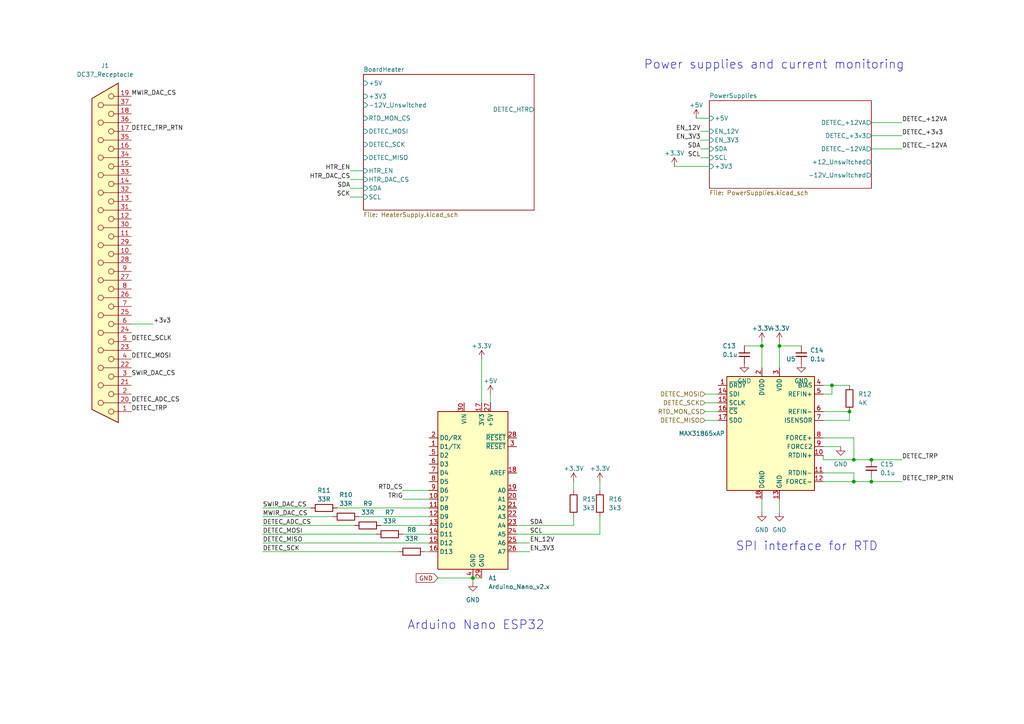
<source format=kicad_sch>
(kicad_sch (version 20230121) (generator eeschema)
  (paper "A4")
  (lib_symbols
    (symbol "Connector:DC37_Receptacle" (pin_names (offset 1.016) hide)
      (property "Reference" "J" (at 0 50.165 0))
      (property "Value" "DC37_Receptacle" (at 0 -50.8 0))
      (symbol "DC37_Receptacle_0_1"
        (circle (center -1.778 -45.72) (radius 0.762))
        (circle (center -1.778 -40.64) (radius 0.762))
        (circle (center -1.778 -35.56) (radius 0.762))
        (circle (center -1.778 -30.48) (radius 0.762))
        (circle (center -1.778 -25.4) (radius 0.762))
        (circle (center -1.778 -20.32) (radius 0.762))
        (circle (center -1.778 -15.24) (radius 0.762))
        (circle (center -1.778 -10.16) (radius 0.762))
        (circle (center -1.778 -5.08) (radius 0.762))
        (circle (center -1.778 0) (radius 0.762))
        (circle (center -1.778 5.08) (radius 0.762))
        (circle (center -1.778 10.16) (radius 0.762))
        (circle (center -1.778 15.24) (radius 0.762))
        (circle (center -1.778 20.32) (radius 0.762))
        (circle (center -1.778 25.4) (radius 0.762))
        (circle (center -1.778 30.48) (radius 0.762))
        (circle (center -1.778 35.56) (radius 0.762))
        (circle (center -1.778 40.64) (radius 0.762))
        (circle (center -1.778 45.72) (radius 0.762))
        (polyline (pts (xy -3.81 -45.72) (xy -2.54 -45.72)))
        (polyline (pts (xy -3.81 -43.18) (xy 0.508 -43.18)))
        (polyline (pts (xy -3.81 -40.64) (xy -2.54 -40.64)))
        (polyline (pts (xy -3.81 -38.1) (xy 0.508 -38.1)))
        (polyline (pts (xy -3.81 -35.56) (xy -2.54 -35.56)))
        (polyline (pts (xy -3.81 -33.02) (xy 0.508 -33.02)))
        (polyline (pts (xy -3.81 -30.48) (xy -2.54 -30.48)))
        (polyline (pts (xy -3.81 -27.94) (xy 0.508 -27.94)))
        (polyline (pts (xy -3.81 -25.4) (xy -2.54 -25.4)))
        (polyline (pts (xy -3.81 -22.86) (xy 0.508 -22.86)))
        (polyline (pts (xy -3.81 -20.32) (xy -2.54 -20.32)))
        (polyline (pts (xy -3.81 -17.78) (xy 0.508 -17.78)))
        (polyline (pts (xy -3.81 -15.24) (xy -2.54 -15.24)))
        (polyline (pts (xy -3.81 -12.7) (xy 0.508 -12.7)))
        (polyline (pts (xy -3.81 -10.16) (xy -2.54 -10.16)))
        (polyline (pts (xy -3.81 -7.62) (xy 0.508 -7.62)))
        (polyline (pts (xy -3.81 -5.08) (xy -2.54 -5.08)))
        (polyline (pts (xy -3.81 -2.54) (xy 0.508 -2.54)))
        (polyline (pts (xy -3.81 0) (xy -2.54 0)))
        (polyline (pts (xy -3.81 2.54) (xy 0.508 2.54)))
        (polyline (pts (xy -3.81 5.08) (xy -2.54 5.08)))
        (polyline (pts (xy -3.81 7.62) (xy 0.508 7.62)))
        (polyline (pts (xy -3.81 10.16) (xy -2.54 10.16)))
        (polyline (pts (xy -3.81 12.7) (xy 0.508 12.7)))
        (polyline (pts (xy -3.81 15.24) (xy -2.54 15.24)))
        (polyline (pts (xy -3.81 17.78) (xy 0.508 17.78)))
        (polyline (pts (xy -3.81 20.32) (xy -2.54 20.32)))
        (polyline (pts (xy -3.81 22.86) (xy 0.508 22.86)))
        (polyline (pts (xy -3.81 25.4) (xy -2.54 25.4)))
        (polyline (pts (xy -3.81 27.94) (xy 0.508 27.94)))
        (polyline (pts (xy -3.81 30.48) (xy -2.54 30.48)))
        (polyline (pts (xy -3.81 33.02) (xy 0.508 33.02)))
        (polyline (pts (xy -3.81 35.56) (xy -2.54 35.56)))
        (polyline (pts (xy -3.81 38.1) (xy 0.508 38.1)))
        (polyline (pts (xy -3.81 40.64) (xy -2.54 40.64)))
        (polyline (pts (xy -3.81 43.18) (xy 0.508 43.18)))
        (polyline (pts (xy -3.81 45.72) (xy -2.54 45.72)))
        (polyline (pts (xy -3.81 -49.53) (xy 3.81 -45.085) (xy 3.81 45.085) (xy -3.81 48.895) (xy -3.81 -49.53)) (stroke (width 0.254)) (fill (type background)))
        (circle (center 1.27 -43.18) (radius 0.762))
        (circle (center 1.27 -38.1) (radius 0.762))
        (circle (center 1.27 -33.02) (radius 0.762))
        (circle (center 1.27 -27.94) (radius 0.762))
        (circle (center 1.27 -22.86) (radius 0.762))
        (circle (center 1.27 -17.78) (radius 0.762))
        (circle (center 1.27 -12.7) (radius 0.762))
        (circle (center 1.27 -7.62) (radius 0.762))
        (circle (center 1.27 -2.54) (radius 0.762))
        (circle (center 1.27 2.54) (radius 0.762))
        (circle (center 1.27 7.62) (radius 0.762))
        (circle (center 1.27 12.7) (radius 0.762))
        (circle (center 1.27 17.78) (radius 0.762))
        (circle (center 1.27 22.86) (radius 0.762))
        (circle (center 1.27 27.94) (radius 0.762))
        (circle (center 1.27 33.02) (radius 0.762))
        (circle (center 1.27 38.1) (radius 0.762))
        (circle (center 1.27 43.18) (radius 0.762))
      )
      (symbol "DC37_Receptacle_1_1"
        (pin passive line (at -7.62 45.72 0) (length 3.81) (name "1") (number "1"))
        (pin passive line (at -7.62 0 0) (length 3.81) (name "10") (number "10"))
        (pin passive line (at -7.62 -5.08 0) (length 3.81) (name "11") (number "11"))
        (pin passive line (at -7.62 -10.16 0) (length 3.81) (name "12") (number "12"))
        (pin passive line (at -7.62 -15.24 0) (length 3.81) (name "13") (number "13"))
        (pin passive line (at -7.62 -20.32 0) (length 3.81) (name "14") (number "14"))
        (pin passive line (at -7.62 -25.4 0) (length 3.81) (name "15") (number "15"))
        (pin passive line (at -7.62 -30.48 0) (length 3.81) (name "16") (number "16"))
        (pin passive line (at -7.62 -35.56 0) (length 3.81) (name "17") (number "17"))
        (pin passive line (at -7.62 -40.64 0) (length 3.81) (name "18") (number "18"))
        (pin passive line (at -7.62 -45.72 0) (length 3.81) (name "19") (number "19"))
        (pin passive line (at -7.62 40.64 0) (length 3.81) (name "2") (number "2"))
        (pin passive line (at -7.62 43.18 0) (length 3.81) (name "20") (number "20"))
        (pin passive line (at -7.62 38.1 0) (length 3.81) (name "21") (number "21"))
        (pin passive line (at -7.62 33.02 0) (length 3.81) (name "22") (number "22"))
        (pin passive line (at -7.62 27.94 0) (length 3.81) (name "23") (number "23"))
        (pin passive line (at -7.62 22.86 0) (length 3.81) (name "24") (number "24"))
        (pin passive line (at -7.62 17.78 0) (length 3.81) (name "25") (number "25"))
        (pin passive line (at -7.62 12.7 0) (length 3.81) (name "26") (number "26"))
        (pin passive line (at -7.62 7.62 0) (length 3.81) (name "27") (number "27"))
        (pin passive line (at -7.62 2.54 0) (length 3.81) (name "28") (number "28"))
        (pin passive line (at -7.62 -2.54 0) (length 3.81) (name "29") (number "29"))
        (pin passive line (at -7.62 35.56 0) (length 3.81) (name "3") (number "3"))
        (pin passive line (at -7.62 -7.62 0) (length 3.81) (name "30") (number "30"))
        (pin passive line (at -7.62 -12.7 0) (length 3.81) (name "31") (number "31"))
        (pin passive line (at -7.62 -17.78 0) (length 3.81) (name "32") (number "32"))
        (pin passive line (at -7.62 -22.86 0) (length 3.81) (name "33") (number "33"))
        (pin passive line (at -7.62 -27.94 0) (length 3.81) (name "34") (number "34"))
        (pin passive line (at -7.62 -33.02 0) (length 3.81) (name "35") (number "35"))
        (pin passive line (at -7.62 -38.1 0) (length 3.81) (name "36") (number "36"))
        (pin passive line (at -7.62 -43.18 0) (length 3.81) (name "37") (number "37"))
        (pin passive line (at -7.62 30.48 0) (length 3.81) (name "4") (number "4"))
        (pin passive line (at -7.62 25.4 0) (length 3.81) (name "5") (number "5"))
        (pin passive line (at -7.62 20.32 0) (length 3.81) (name "6") (number "6"))
        (pin passive line (at -7.62 15.24 0) (length 3.81) (name "7") (number "7"))
        (pin passive line (at -7.62 10.16 0) (length 3.81) (name "8") (number "8"))
        (pin passive line (at -7.62 5.08 0) (length 3.81) (name "9") (number "9"))
      )
    )
    (symbol "Device:C_Small" (pin_numbers hide) (pin_names (offset 0.254) hide)
      (property "Reference" "C" (at 0.254 1.778 0))
      (property "Value" "C_Small" (at 0.254 -2.032 0))
      (symbol "C_Small_0_1"
        (polyline (pts (xy -1.524 -0.508) (xy 1.524 -0.508)) (stroke (width 0.3302)))
        (polyline (pts (xy -1.524 0.508) (xy 1.524 0.508)) (stroke (width 0.3048)))
      )
      (symbol "C_Small_1_1"
        (pin passive line (at 0 2.54 270) (length 2.032) (name "~") (number "1"))
        (pin passive line (at 0 -2.54 90) (length 2.032) (name "~") (number "2"))
      )
    )
    (symbol "Device:R" (pin_numbers hide) (pin_names (offset 0))
      (property "Reference" "R" (at 2.032 0 90))
      (property "Value" "R" (at 0 0 90))
      (symbol "R_0_1"
        (rectangle (start -1.016 -2.54) (end 1.016 2.54) (stroke (width 0.254)))
      )
      (symbol "R_1_1"
        (pin passive line (at 0 3.81 270) (length 1.27) (name "~") (number "1"))
        (pin passive line (at 0 -3.81 90) (length 1.27) (name "~") (number "2"))
      )
    )
    (symbol "MCU_Module:Arduino_Nano_v2.x"
      (property "Reference" "A" (at -10.16 23.495 0))
      (property "Value" "Arduino_Nano_v2.x" (at 5.08 -24.13 0))
      (symbol "Arduino_Nano_v2.x_0_1"
        (rectangle (start -10.16 22.86) (end 10.16 -22.86) (stroke (width 0.254)) (fill (type background)))
      )
      (symbol "Arduino_Nano_v2.x_1_1"
        (pin bidirectional line (at -12.7 12.7 0) (length 2.54) (name "D1/TX") (number "1"))
        (pin bidirectional line (at -12.7 -2.54 0) (length 2.54) (name "D7") (number "10"))
        (pin bidirectional line (at -12.7 -5.08 0) (length 2.54) (name "D8") (number "11"))
        (pin bidirectional line (at -12.7 -7.62 0) (length 2.54) (name "D9") (number "12"))
        (pin bidirectional line (at -12.7 -10.16 0) (length 2.54) (name "D10") (number "13"))
        (pin bidirectional line (at -12.7 -12.7 0) (length 2.54) (name "D11") (number "14"))
        (pin bidirectional line (at -12.7 -15.24 0) (length 2.54) (name "D12") (number "15"))
        (pin bidirectional line (at -12.7 -17.78 0) (length 2.54) (name "D13") (number "16"))
        (pin power_out line (at 2.54 25.4 270) (length 2.54) (name "3V3") (number "17"))
        (pin input line (at 12.7 5.08 180) (length 2.54) (name "AREF") (number "18"))
        (pin bidirectional line (at 12.7 0 180) (length 2.54) (name "A0") (number "19"))
        (pin bidirectional line (at -12.7 15.24 0) (length 2.54) (name "D0/RX") (number "2"))
        (pin bidirectional line (at 12.7 -2.54 180) (length 2.54) (name "A1") (number "20"))
        (pin bidirectional line (at 12.7 -5.08 180) (length 2.54) (name "A2") (number "21"))
        (pin bidirectional line (at 12.7 -7.62 180) (length 2.54) (name "A3") (number "22"))
        (pin bidirectional line (at 12.7 -10.16 180) (length 2.54) (name "A4") (number "23"))
        (pin bidirectional line (at 12.7 -12.7 180) (length 2.54) (name "A5") (number "24"))
        (pin bidirectional line (at 12.7 -15.24 180) (length 2.54) (name "A6") (number "25"))
        (pin bidirectional line (at 12.7 -17.78 180) (length 2.54) (name "A7") (number "26"))
        (pin power_out line (at 5.08 25.4 270) (length 2.54) (name "+5V") (number "27"))
        (pin input line (at 12.7 15.24 180) (length 2.54) (name "~{RESET}") (number "28"))
        (pin power_in line (at 2.54 -25.4 90) (length 2.54) (name "GND") (number "29"))
        (pin input line (at 12.7 12.7 180) (length 2.54) (name "~{RESET}") (number "3"))
        (pin power_in line (at -2.54 25.4 270) (length 2.54) (name "VIN") (number "30"))
        (pin power_in line (at 0 -25.4 90) (length 2.54) (name "GND") (number "4"))
        (pin bidirectional line (at -12.7 10.16 0) (length 2.54) (name "D2") (number "5"))
        (pin bidirectional line (at -12.7 7.62 0) (length 2.54) (name "D3") (number "6"))
        (pin bidirectional line (at -12.7 5.08 0) (length 2.54) (name "D4") (number "7"))
        (pin bidirectional line (at -12.7 2.54 0) (length 2.54) (name "D5") (number "8"))
        (pin bidirectional line (at -12.7 0 0) (length 2.54) (name "D6") (number "9"))
      )
    )
    (symbol "Sensor_Temperature:MAX31865xAP"
      (property "Reference" "U" (at -11.43 19.05 0))
      (property "Value" "MAX31865xAP" (at 10.16 19.05 0))
      (symbol "MAX31865xAP_0_1"
        (rectangle (start -12.7 17.78) (end 12.7 -15.24) (stroke (width 0.254)) (fill (type background)))
      )
      (symbol "MAX31865xAP_1_1"
        (pin output line (at -15.24 15.24 0) (length 2.54) (name "~{DRDY}") (number "1"))
        (pin input line (at 15.24 -5.08 180) (length 2.54) (name "RTDIN+") (number "10"))
        (pin input line (at 15.24 -10.16 180) (length 2.54) (name "RTDIN-") (number "11"))
        (pin power_out line (at 15.24 -12.7 180) (length 2.54) (name "FORCE-") (number "12"))
        (pin power_in line (at 2.54 -17.78 90) (length 2.54) (name "GND") (number "13"))
        (pin input line (at -15.24 12.7 0) (length 2.54) (name "SDI") (number "14"))
        (pin input line (at -15.24 10.16 0) (length 2.54) (name "SCLK") (number "15"))
        (pin input line (at -15.24 7.62 0) (length 2.54) (name "~{CS}") (number "16"))
        (pin tri_state line (at -15.24 5.08 0) (length 2.54) (name "SDO") (number "17"))
        (pin power_in line (at -2.54 -17.78 90) (length 2.54) (name "DGND") (number "18"))
        (pin passive line (at 2.54 -17.78 90) (length 2.54) hide (name "GND") (number "19"))
        (pin power_in line (at -2.54 20.32 270) (length 2.54) (name "DVDD") (number "2"))
        (pin no_connect line (at -12.7 -2.54 0) (length 2.54) hide (name "NC") (number "20"))
        (pin power_in line (at 2.54 20.32 270) (length 2.54) (name "VDD") (number "3"))
        (pin power_out line (at 15.24 15.24 180) (length 2.54) (name "BIAS") (number "4"))
        (pin input line (at 15.24 12.7 180) (length 2.54) (name "REFIN+") (number "5"))
        (pin input line (at 15.24 7.62 180) (length 2.54) (name "REFIN-") (number "6"))
        (pin passive line (at 15.24 5.08 180) (length 2.54) (name "ISENSOR") (number "7"))
        (pin passive line (at 15.24 0 180) (length 2.54) (name "FORCE+") (number "8"))
        (pin input line (at 15.24 -2.54 180) (length 2.54) (name "FORCE2") (number "9"))
      )
    )
    (symbol "power:+3.3V" (power) (pin_names (offset 0))
      (property "Value" "+3.3V" (at 0 3.556 0))
      (symbol "+3.3V_0_1"
        (polyline (pts (xy -0.762 1.27) (xy 0 2.54)))
        (polyline (pts (xy 0 0) (xy 0 2.54)))
        (polyline (pts (xy 0 2.54) (xy 0.762 1.27)))
      )
      (symbol "+3.3V_1_1"
        (pin power_in line (at 0 0 90) (length 0) hide (name "+3.3V") (number "1"))
      )
    )
    (symbol "power:+5V" (power) (pin_names (offset 0))
      (property "Value" "+5V" (at 0 3.556 0))
      (symbol "+5V_0_1"
        (polyline (pts (xy -0.762 1.27) (xy 0 2.54)))
        (polyline (pts (xy 0 0) (xy 0 2.54)))
        (polyline (pts (xy 0 2.54) (xy 0.762 1.27)))
      )
      (symbol "+5V_1_1"
        (pin power_in line (at 0 0 90) (length 0) hide (name "+5V") (number "1"))
      )
    )
    (symbol "power:GND" (power) (pin_names (offset 0))
      (property "Value" "GND" (at 0 -3.81 0))
      (symbol "GND_0_1"
        (polyline (pts (xy 0 0) (xy 0 -1.27) (xy 1.27 -1.27) (xy 0 -2.54) (xy -1.27 -1.27) (xy 0 -1.27)))
      )
      (symbol "GND_1_1"
        (pin power_in line (at 0 0 270) (length 0) hide (name "GND") (number "1"))
      )
    )
  )
  (junction (at 247.65 139.7))
  (junction (at 137.16 167.64))
  (junction (at 241.3 111.76))
  (junction (at 252.73 133.35))
  (junction (at 226.06 100.33))
  (junction (at 246.38 119.38))
  (junction (at 252.73 139.7))
  (junction (at 220.98 100.33))
  (junction (at 247.65 133.35))
  (wire (pts (xy 241.3 111.76) (xy 246.38 111.76)))
  (wire (pts (xy 252.73 43.18) (xy 261.62 43.18)))
  (wire (pts (xy 76.2 147.32) (xy 90.17 147.32)))
  (wire (pts (xy 139.7 116.84) (xy 139.7 104.14)))
  (wire (pts (xy 238.76 121.92) (xy 246.38 121.92)))
  (wire (pts (xy 149.86 154.94) (xy 173.99 154.94)))
  (wire (pts (xy 116.84 142.24) (xy 124.46 142.24)))
  (wire (pts (xy 173.99 139.7) (xy 173.99 142.24)))
  (wire (pts (xy 110.49 152.4) (xy 124.46 152.4)))
  (wire (pts (xy 238.76 111.76) (xy 241.3 111.76)))
  (wire (pts (xy 226.06 100.33) (xy 232.41 100.33)))
  (wire (pts (xy 101.6 57.15) (xy 105.41 57.15)))
  (wire (pts (xy 101.6 49.53) (xy 105.41 49.53)))
  (wire (pts (xy 238.76 137.16) (xy 247.65 137.16)))
  (wire (pts (xy 142.24 114.3) (xy 142.24 116.84)))
  (wire (pts (xy 76.2 157.48) (xy 124.46 157.48)))
  (wire (pts (xy 252.73 138.43) (xy 252.73 139.7)))
  (wire (pts (xy 104.14 149.86) (xy 124.46 149.86)))
  (wire (pts (xy 137.16 167.64) (xy 137.16 168.91)))
  (wire (pts (xy 238.76 129.54) (xy 243.84 129.54)))
  (wire (pts (xy 204.47 116.84) (xy 208.28 116.84)))
  (wire (pts (xy 101.6 54.61) (xy 105.41 54.61)))
  (wire (pts (xy 166.37 139.7) (xy 166.37 142.24)))
  (wire (pts (xy 149.86 152.4) (xy 166.37 152.4)))
  (wire (pts (xy 226.06 99.06) (xy 226.06 100.33)))
  (wire (pts (xy 76.2 160.02) (xy 115.57 160.02)))
  (wire (pts (xy 241.3 111.76) (xy 241.3 114.3)))
  (wire (pts (xy 97.79 147.32) (xy 124.46 147.32)))
  (wire (pts (xy 238.76 132.08) (xy 238.76 133.35)))
  (wire (pts (xy 38.1 93.98) (xy 44.45 93.98)))
  (wire (pts (xy 226.06 144.78) (xy 226.06 148.59)))
  (wire (pts (xy 247.65 133.35) (xy 252.73 133.35)))
  (wire (pts (xy 220.98 100.33) (xy 220.98 106.68)))
  (wire (pts (xy 166.37 149.86) (xy 166.37 152.4)))
  (wire (pts (xy 76.2 149.86) (xy 96.52 149.86)))
  (wire (pts (xy 203.2 38.1) (xy 205.74 38.1)))
  (wire (pts (xy 116.84 144.78) (xy 124.46 144.78)))
  (wire (pts (xy 252.73 35.56) (xy 261.62 35.56)))
  (wire (pts (xy 252.73 139.7) (xy 261.62 139.7)))
  (wire (pts (xy 116.84 154.94) (xy 124.46 154.94)))
  (wire (pts (xy 246.38 119.38) (xy 246.38 121.92)))
  (wire (pts (xy 204.47 114.3) (xy 208.28 114.3)))
  (wire (pts (xy 238.76 133.35) (xy 247.65 133.35)))
  (wire (pts (xy 215.9 100.33) (xy 220.98 100.33)))
  (wire (pts (xy 247.65 137.16) (xy 247.65 139.7)))
  (wire (pts (xy 76.2 154.94) (xy 109.22 154.94)))
  (wire (pts (xy 238.76 127) (xy 247.65 127)))
  (wire (pts (xy 238.76 114.3) (xy 241.3 114.3)))
  (wire (pts (xy 203.2 45.72) (xy 205.74 45.72)))
  (wire (pts (xy 195.58 48.26) (xy 205.74 48.26)))
  (wire (pts (xy 203.2 43.18) (xy 205.74 43.18)))
  (wire (pts (xy 204.47 119.38) (xy 208.28 119.38)))
  (wire (pts (xy 76.2 152.4) (xy 102.87 152.4)))
  (wire (pts (xy 220.98 144.78) (xy 220.98 148.59)))
  (wire (pts (xy 247.65 139.7) (xy 252.73 139.7)))
  (wire (pts (xy 247.65 127) (xy 247.65 133.35)))
  (wire (pts (xy 252.73 39.37) (xy 261.62 39.37)))
  (wire (pts (xy 173.99 149.86) (xy 173.99 154.94)))
  (wire (pts (xy 123.19 160.02) (xy 124.46 160.02)))
  (wire (pts (xy 101.6 52.07) (xy 105.41 52.07)))
  (wire (pts (xy 139.7 167.64) (xy 137.16 167.64)))
  (wire (pts (xy 238.76 139.7) (xy 247.65 139.7)))
  (wire (pts (xy 238.76 119.38) (xy 246.38 119.38)))
  (wire (pts (xy 226.06 100.33) (xy 226.06 106.68)))
  (wire (pts (xy 153.67 157.48) (xy 149.86 157.48)))
  (wire (pts (xy 127 167.64) (xy 137.16 167.64)))
  (wire (pts (xy 153.67 160.02) (xy 149.86 160.02)))
  (wire (pts (xy 203.2 40.64) (xy 205.74 40.64)))
  (wire (pts (xy 252.73 133.35) (xy 261.62 133.35)))
  (wire (pts (xy 201.93 34.29) (xy 205.74 34.29)))
  (wire (pts (xy 204.47 121.92) (xy 208.28 121.92)))
  (wire (pts (xy 220.98 99.06) (xy 220.98 100.33)))
  (text "Arduino Nano ESP32" (at 118.11 182.88 0) (effects (font (size 2.54 2.54)) (justify left bottom)))
  (text "SPI interface for RTD" (at 213.36 160.02 0) (effects (font (size 2.54 2.54)) (justify left bottom)))
  (text "Power supplies and current monitoring" (at 186.69 20.32 0) (effects (font (size 2.54 2.54)) (justify left bottom)))
  (label "DETEC_SCK" (at 76.2 160.02 0))
  (label "TRIG" (at 116.84 144.78 180))
  (label "MWIR_DAC_CS" (at 76.2 149.86 0))
  (label "MWIR_DAC_CS" (at 38.1 27.94 0))
  (label "SDA" (at 203.2 43.18 180))
  (label "SCK" (at 101.6 57.15 180))
  (label "HTR_DAC_CS" (at 101.6 52.07 180))
  (label "DETEC_SCLK" (at 38.1 99.06 0))
  (label "SCL" (at 203.2 45.72 180))
  (label "HTR_EN" (at 101.6 49.53 180))
  (label "EN_3V3" (at 203.2 40.64 180))
  (label "DETEC_MOSI" (at 38.1 104.14 0))
  (label "DETEC_ADC_CS" (at 76.2 152.4 0))
  (label "DETEC_TRP" (at 38.1 119.38 0))
  (label "EN_12V" (at 153.67 157.48 0))
  (label "DETEC_TRP_RTN" (at 261.62 139.7 0))
  (label "DETEC_+3v3" (at 261.62 39.37 0))
  (label "DETEC_MOSI" (at 76.2 154.94 0))
  (label "SDA" (at 153.67 152.4 0))
  (label "DETEC_MISO" (at 76.2 157.48 0))
  (label "SWIR_DAC_CS" (at 76.2 147.32 0))
  (label "RTD_CS" (at 116.84 142.24 180))
  (label "SCL" (at 153.67 154.94 0))
  (label "DETEC_+12VA" (at 261.62 35.56 0))
  (label "DETEC_TRP_RTN" (at 38.1 38.1 0))
  (label "DETEC_ADC_CS" (at 38.1 116.84 0))
  (label "DETEC_-12VA" (at 261.62 43.18 0))
  (label "SDA" (at 101.6 54.61 180))
  (label "EN_12V" (at 203.2 38.1 180))
  (label "DETEC_TRP" (at 261.62 133.35 0))
  (label "SWIR_DAC_CS" (at 38.1 109.22 0))
  (label "+3v3" (at 44.45 93.98 0))
  (label "EN_3V3" (at 153.67 160.02 0))
  (global_label "GND" (shape input) (at 127 167.64 180) (property "Intersheetrefs" "${INTERSHEET_REFS}" (effects hide)))
  (hierarchical_label "RTD_MON_CS" (shape input) (at 204.47 119.38 180))
  (hierarchical_label "DETEC_MISO" (shape input) (at 204.47 121.92 180))
  (hierarchical_label "DETEC_SCK" (shape input) (at 204.47 116.84 180))
  (hierarchical_label "DETEC_MOSI" (shape input) (at 204.47 114.3 180))
  (symbol (lib_id "power:+3.3V") (at 220.98 99.06 0) (unit 1)
    (property "Reference" "#PWR020" (effects hide))
    (property "Value" "+3.3V" (at 220.98 95.25 0))
  )
  (symbol (lib_id "power:+5V") (at 201.93 34.29 0) (unit 1)
    (property "Reference" "#PWR01" (effects hide))
    (property "Value" "+5V" (at 201.93 30.48 0))
  )
  (symbol (lib_id "Device:C_Small") (at 232.41 102.87 0) (unit 1)
    (property "Reference" "C14" (at 234.95 101.6063 0) (effects (justify left)))
    (property "Value" "0.1u" (at 234.95 104.1463 0) (effects (justify left)))
  )
  (symbol (lib_id "power:+3.3V") (at 166.37 139.7 0) (unit 1)
    (property "Reference" "#PWR012" (effects hide))
    (property "Value" "+3.3V" (at 166.37 135.89 0))
  )
  (symbol (lib_id "Device:R") (at 93.98 147.32 90) (unit 1)
    (property "Reference" "R11" (at 93.98 142.24 90))
    (property "Value" "33R" (at 93.98 144.78 90))
  )
  (symbol (lib_id "power:GND") (at 215.9 105.41 0) (unit 1)
    (property "Reference" "#PWR010" (effects hide))
    (property "Value" "GND" (at 215.9 110.49 0))
  )
  (symbol (lib_id "power:GND") (at 226.06 148.59 0) (unit 1)
    (property "Reference" "#PWR031" (effects hide))
    (property "Value" "GND" (at 226.06 153.67 0))
  )
  (symbol (lib_id "power:GND") (at 243.84 129.54 0) (unit 1)
    (property "Reference" "#PWR033" (effects hide))
    (property "Value" "GND" (at 243.84 134.62 0))
  )
  (symbol (lib_id "Device:R") (at 106.68 152.4 90) (unit 1)
    (property "Reference" "R9" (at 106.68 146.05 90))
    (property "Value" "33R" (at 106.68 148.59 90))
  )
  (symbol (lib_id "Device:R") (at 100.33 149.86 90) (unit 1)
    (property "Reference" "R10" (at 100.33 143.51 90))
    (property "Value" "33R" (at 100.33 146.05 90))
  )
  (symbol (lib_id "Device:R") (at 246.38 115.57 0) (unit 1)
    (property "Reference" "R12" (at 248.92 114.3 0) (effects (justify left)))
    (property "Value" "4K" (at 248.92 116.84 0) (effects (justify left)))
  )
  (symbol (lib_id "Device:C_Small") (at 252.73 135.89 0) (unit 1)
    (property "Reference" "C15" (at 255.27 134.6263 0) (effects (justify left)))
    (property "Value" "0.1u" (at 255.27 137.1663 0) (effects (justify left)))
  )
  (symbol (lib_id "Device:C_Small") (at 215.9 102.87 0) (unit 1)
    (property "Reference" "C13" (at 209.55 100.33 0) (effects (justify left)))
    (property "Value" "0.1u" (at 209.55 102.87 0) (effects (justify left)))
  )
  (symbol (lib_id "power:GND") (at 232.41 105.41 0) (unit 1)
    (property "Reference" "#PWR032" (effects hide))
    (property "Value" "GND" (at 232.41 110.49 0))
  )
  (symbol (lib_id "Device:R") (at 113.03 154.94 90) (unit 1)
    (property "Reference" "R7" (at 113.03 148.59 90))
    (property "Value" "33R" (at 113.03 151.13 90))
  )
  (symbol (lib_id "power:+3.3V") (at 173.99 139.7 0) (unit 1)
    (property "Reference" "#PWR028" (effects hide))
    (property "Value" "+3.3V" (at 173.99 135.89 0))
  )
  (symbol (lib_id "Device:R") (at 166.37 146.05 0) (unit 1)
    (property "Reference" "R15" (at 168.91 144.78 0) (effects (justify left)))
    (property "Value" "3k3" (at 168.91 147.32 0) (effects (justify left)))
  )
  (symbol (lib_id "Connector:DC37_Receptacle") (at 30.48 73.66 180) (unit 1)
    (property "Reference" "J1" (at 30.48 19.05 0))
    (property "Value" "DC37_Receptacle" (at 30.48 21.59 0))
    (property "Datasheet" " ~" (effects hide))
  )
  (symbol (lib_id "power:+3.3V") (at 195.58 48.26 0) (unit 1)
    (property "Reference" "#PWR09" (effects hide))
    (property "Value" "+3.3V" (at 195.58 44.45 0))
  )
  (symbol (lib_id "power:+3.3V") (at 226.06 99.06 0) (unit 1)
    (property "Reference" "#PWR030" (effects hide))
    (property "Value" "+3.3V" (at 226.06 95.25 0))
  )
  (symbol (lib_id "power:GND") (at 220.98 148.59 0) (unit 1)
    (property "Reference" "#PWR029" (effects hide))
    (property "Value" "GND" (at 220.98 153.67 0))
  )
  (symbol (lib_id "power:+5V") (at 142.24 114.3 0) (unit 1)
    (property "Reference" "#PWR018" (effects hide))
    (property "Value" "+5V" (at 142.24 110.49 0))
  )
  (symbol (lib_id "Sensor_Temperature:MAX31865xAP") (at 223.52 127 0) (unit 1)
    (property "Reference" "U5" (at 228.0159 104.14 0) (effects (justify left)))
    (property "Value" "MAX31865xAP" (at 196.85 125.73 0) (effects (justify left)))
    (property "Footprint" "Package_SO:SSOP-20_5.3x7.2mm_P0.65mm" (effects hide))
    (property "Datasheet" "https://datasheets.maximintegrated.com/en/ds/MAX31865.pdf" (effects hide))
  )
  (symbol (lib_id "power:+3.3V") (at 139.7 104.14 0) (unit 1)
    (property "Reference" "#PWR014" (effects hide))
    (property "Value" "+3.3V" (at 139.7 100.33 0))
  )
  (symbol (lib_id "Device:R") (at 119.38 160.02 90) (unit 1)
    (property "Reference" "R8" (at 119.38 153.67 90))
    (property "Value" "33R" (at 119.38 156.21 90))
  )
  (symbol (lib_id "MCU_Module:Arduino_Nano_v2.x") (at 137.16 142.24 0) (unit 1)
    (property "Reference" "A1" (at 141.6559 167.64 0) (effects (justify left)))
    (property "Value" "Arduino_Nano_v2.x" (at 141.6559 170.18 0) (effects (justify left)))
    (property "Footprint" "Module:Arduino_Nano" (effects hide))
    (property "Datasheet" "https://www.arduino.cc/en/uploads/Main/ArduinoNanoManual23.pdf" (effects hide))
  )
  (symbol (lib_id "Device:R") (at 173.99 146.05 0) (unit 1)
    (property "Reference" "R16" (at 176.53 144.78 0) (effects (justify left)))
    (property "Value" "3k3" (at 176.53 147.32 0) (effects (justify left)))
  )
  (symbol (lib_id "power:GND") (at 137.16 168.91 0) (unit 1)
    (property "Reference" "#PWR07" (effects hide))
    (property "Value" "GND" (at 137.16 173.99 0))
  )
  (sheet (at 205.74 29.21) (size 46.99 25.4) (stroke (width 0.1524))
    (property "Sheetname" "PowerSupplies" (at 205.74 28.4984 0) (effects (justify left bottom)))
    (property "Sheetfile" "PowerSupplies.kicad_sch" (at 205.74 55.1946 0) (effects (justify left top)))
    (pin "+5V" input (at 205.74 34.29 180))
    (pin "EN_12V" input (at 205.74 38.1 180))
    (pin "EN_3V3" input (at 205.74 40.64 180))
    (pin "SDA" input (at 205.74 43.18 180))
    (pin "SCL" input (at 205.74 45.72 180))
    (pin "DETEC_+12VA" output (at 252.73 35.56 0))
    (pin "+3V3" input (at 205.74 48.26 180))
    (pin "+12_Unswitched" output (at 252.73 46.99 0))
    (pin "-12V_Unswitched" output (at 252.73 50.8 0))
    (pin "DETEC_-12VA" output (at 252.73 43.18 0))
    (pin "DETEC_+3v3" output (at 252.73 39.37 0))
  )
  (sheet (at 105.41 21.59) (size 49.53 39.37) (stroke (width 0.1524))
    (property "Sheetname" "BoardHeater" (at 105.41 20.8784 0) (effects (justify left bottom)))
    (property "Sheetfile" "HeaterSupply.kicad_sch" (at 105.41 61.5446 0) (effects (justify left top)))
    (pin "RTD_MON_CS" input (at 105.41 34.29 180))
    (pin "DETEC_MOSI" input (at 105.41 38.1 180))
    (pin "DETEC_SCK" input (at 105.41 41.91 180))
    (pin "DETEC_MISO" input (at 105.41 45.72 180))
    (pin "+5V" input (at 105.41 24.13 180))
    (pin "HTR_EN" input (at 105.41 49.53 180))
    (pin "HTR_DAC_CS" input (at 105.41 52.07 180))
    (pin "-12V_Unswitched" input (at 105.41 30.48 180))
    (pin "SCL" input (at 105.41 57.15 180))
    (pin "SDA" input (at 105.41 54.61 180))
    (pin "+3V3" input (at 105.41 27.94 180))
    (pin "DETEC_HTR" output (at 154.94 31.75 0))
  )
)
</source>
